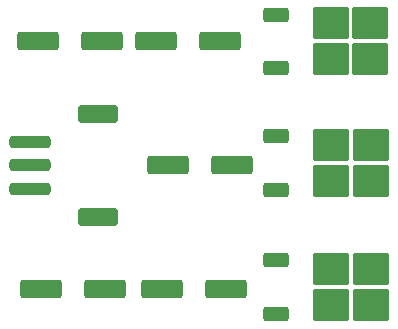
<source format=gbr>
%TF.GenerationSoftware,KiCad,Pcbnew,9.0.6*%
%TF.CreationDate,2025-12-25T16:33:08+05:30*%
%TF.ProjectId,GitHub2,47697448-7562-4322-9e6b-696361645f70,rev?*%
%TF.SameCoordinates,Original*%
%TF.FileFunction,Paste,Top*%
%TF.FilePolarity,Positive*%
%FSLAX46Y46*%
G04 Gerber Fmt 4.6, Leading zero omitted, Abs format (unit mm)*
G04 Created by KiCad (PCBNEW 9.0.6) date 2025-12-25 16:33:08*
%MOMM*%
%LPD*%
G01*
G04 APERTURE LIST*
G04 Aperture macros list*
%AMRoundRect*
0 Rectangle with rounded corners*
0 $1 Rounding radius*
0 $2 $3 $4 $5 $6 $7 $8 $9 X,Y pos of 4 corners*
0 Add a 4 corners polygon primitive as box body*
4,1,4,$2,$3,$4,$5,$6,$7,$8,$9,$2,$3,0*
0 Add four circle primitives for the rounded corners*
1,1,$1+$1,$2,$3*
1,1,$1+$1,$4,$5*
1,1,$1+$1,$6,$7*
1,1,$1+$1,$8,$9*
0 Add four rect primitives between the rounded corners*
20,1,$1+$1,$2,$3,$4,$5,0*
20,1,$1+$1,$4,$5,$6,$7,0*
20,1,$1+$1,$6,$7,$8,$9,0*
20,1,$1+$1,$8,$9,$2,$3,0*%
G04 Aperture macros list end*
%ADD10RoundRect,0.250000X-1.275000X-1.125000X1.275000X-1.125000X1.275000X1.125000X-1.275000X1.125000X0*%
%ADD11RoundRect,0.250000X-0.850000X-0.350000X0.850000X-0.350000X0.850000X0.350000X-0.850000X0.350000X0*%
%ADD12RoundRect,0.250000X-1.500000X-0.550000X1.500000X-0.550000X1.500000X0.550000X-1.500000X0.550000X0*%
%ADD13RoundRect,0.250000X1.500000X-0.250000X1.500000X0.250000X-1.500000X0.250000X-1.500000X-0.250000X0*%
%ADD14RoundRect,0.250001X1.449999X-0.499999X1.449999X0.499999X-1.449999X0.499999X-1.449999X-0.499999X0*%
G04 APERTURE END LIST*
D10*
%TO.C,U1*%
X40585000Y-14975000D03*
X40585000Y-18025000D03*
X43935000Y-14975000D03*
X43935000Y-18025000D03*
D11*
X35960000Y-14220000D03*
X35960000Y-18780000D03*
%TD*%
D10*
%TO.C,U2*%
X40625000Y-25255000D03*
X40625000Y-28305000D03*
X43975000Y-25255000D03*
X43975000Y-28305000D03*
D11*
X36000000Y-24500000D03*
X36000000Y-29060000D03*
%TD*%
D12*
%TO.C,C1*%
X15800000Y-16500000D03*
X21200000Y-16500000D03*
%TD*%
%TO.C,C3*%
X26800000Y-27000000D03*
X32200000Y-27000000D03*
%TD*%
%TO.C,C8*%
X16100000Y-37500000D03*
X21500000Y-37500000D03*
%TD*%
D10*
%TO.C,U3*%
X40625000Y-35755000D03*
X40625000Y-38805000D03*
X43975000Y-35755000D03*
X43975000Y-38805000D03*
D11*
X36000000Y-35000000D03*
X36000000Y-39560000D03*
%TD*%
D12*
%TO.C,C7*%
X26300000Y-37500000D03*
X31700000Y-37500000D03*
%TD*%
%TO.C,C2*%
X25800000Y-16500000D03*
X31200000Y-16500000D03*
%TD*%
D13*
%TO.C,J1*%
X15150000Y-29000000D03*
X15150000Y-27000000D03*
X15150000Y-25000000D03*
D14*
X20900000Y-31350000D03*
X20900000Y-22650000D03*
%TD*%
M02*

</source>
